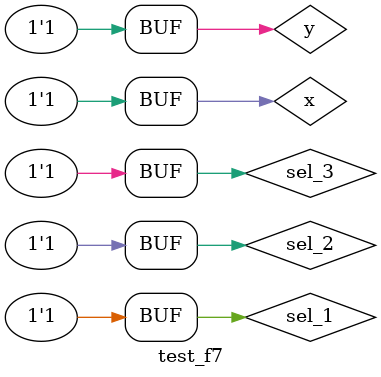
<source format=v>
/*
    -identificação: 

Guia_0705 - 12 / 09 / 2024

Nome: Davi Cândido de Almeida
Matricula: 857859
Código de Pessoa: 1527368

*/



 module f0705( output s, input a, input b, input sel_1, input sel_2, input sel_3 );
    
    // definir dados locais

    not not1(not1, b);
    and AND1(Res1, not1, ~sel_1, ~sel_2, ~sel_3);

    and and11(and11, a, b);
    and AND2(Res2, and11, ~sel_1, ~sel_2, sel_3);

    nand nand1(nand1, a, b);
    and AND3(Res3, nand1, ~sel_1, sel_2, ~sel_3);

    or or1(or1, a, b);
    and AND4(Res4, or1, ~sel_1, sel_2, sel_3);

    nor nor1(nor1, a, b);
    and AND5(Res5, nor1, sel_1, ~sel_2, ~sel_3);

    xor xor1(xor1, a, b);
    and AND6(Res6, xor1, sel_1, ~sel_2, sel_3);

    xnor xnor1(xnor1, a, b);
    and AND7(Res7, xnor1, sel_1, sel_2, sel_3);


    or OR2(s, Res1, Res2, Res3, Res4, Res5, Res6, Res7);

 endmodule // mux
    
 module test_f7;

    // ------------------------- definir dados
    reg x;
    reg y;
    reg sel_1;
    reg sel_2;
    reg sel_3;


    f0705 f0705 ( Resf0705, x, y, sel_1, sel_2, sel_3 );

    // ------------------------- parte principal
    initial
    begin : main
        $display("Guia_0705 - Davi Cândido de Almeida - 857859");
        $display("000-NOT 001-AND 010-NAND 011-OR 100-NOR 101-XOR 111-XNOR   ");
 
        $display("   x    y   \t\t  s  \t\t    Result");
        // projetar testes do modulo
        #1 x = 1'b0; y = 1'b0; sel_1 = 1'b0; sel_2 = 1'b0;

        #1 $monitor("%4b %4b\t %4b%4b%4b \t\t%4b", x, y, sel_1, sel_2, sel_3, Resf0705);
        //#1 $monitor("%4b %4b %4b  %4b %4b", x, y, sel, Resf0705_or, Resf0705_Nor);

  // Combinations with sel_3 = 0
        // sel_1 = 0, sel_2 = 0
        x = 1'b0; y = 1'b0; sel_1 = 1'b0; sel_2 = 1'b0; sel_3 = 1'b0; #1;
        x = 1'b0; y = 1'b1; sel_1 = 1'b0; sel_2 = 1'b0; sel_3 = 1'b0; #1;
        x = 1'b1; y = 1'b0; sel_1 = 1'b0; sel_2 = 1'b0; sel_3 = 1'b0; #1;
        x = 1'b1; y = 1'b1; sel_1 = 1'b0; sel_2 = 1'b0; sel_3 = 1'b0; #1;

        x = 1'b0; y = 1'b0; sel_1 = 1'b0; sel_2 = 1'b1; sel_3 = 1'b0; #1;
        x = 1'b0; y = 1'b1; sel_1 = 1'b0; sel_2 = 1'b1; sel_3 = 1'b0; #1;
        x = 1'b1; y = 1'b0; sel_1 = 1'b0; sel_2 = 1'b1; sel_3 = 1'b0; #1;
        x = 1'b1; y = 1'b1; sel_1 = 1'b0; sel_2 = 1'b1; sel_3 = 1'b0; #1;

        x = 1'b0; y = 1'b0; sel_1 = 1'b1; sel_2 = 1'b0; sel_3 = 1'b0; #1;
        x = 1'b0; y = 1'b1; sel_1 = 1'b1; sel_2 = 1'b0; sel_3 = 1'b0; #1;
        x = 1'b1; y = 1'b0; sel_1 = 1'b1; sel_2 = 1'b0; sel_3 = 1'b0; #1;
        x = 1'b1; y = 1'b1; sel_1 = 1'b1; sel_2 = 1'b0; sel_3 = 1'b0; #1;

        x = 1'b0; y = 1'b0; sel_1 = 1'b1; sel_2 = 1'b1; sel_3 = 1'b0; #1;
        x = 1'b0; y = 1'b1; sel_1 = 1'b1; sel_2 = 1'b1; sel_3 = 1'b0; #1;
        x = 1'b1; y = 1'b0; sel_1 = 1'b1; sel_2 = 1'b1; sel_3 = 1'b0; #1;
        x = 1'b1; y = 1'b1; sel_1 = 1'b1; sel_2 = 1'b1; sel_3 = 1'b0; #1;

        // Combinations with sel_3 = 1
        // sel_1 = 0, sel_2 = 0
        x = 1'b0; y = 1'b0; sel_1 = 1'b0; sel_2 = 1'b0; sel_3 = 1'b1; #1;
        x = 1'b0; y = 1'b1; sel_1 = 1'b0; sel_2 = 1'b0; sel_3 = 1'b1; #1;
        x = 1'b1; y = 1'b0; sel_1 = 1'b0; sel_2 = 1'b0; sel_3 = 1'b1; #1;
        x = 1'b1; y = 1'b1; sel_1 = 1'b0; sel_2 = 1'b0; sel_3 = 1'b1; #1;

        x = 1'b0; y = 1'b0; sel_1 = 1'b0; sel_2 = 1'b1; sel_3 = 1'b1; #1;
        x = 1'b0; y = 1'b1; sel_1 = 1'b0; sel_2 = 1'b1; sel_3 = 1'b1; #1;
        x = 1'b1; y = 1'b0; sel_1 = 1'b0; sel_2 = 1'b1; sel_3 = 1'b1; #1;
        x = 1'b1; y = 1'b1; sel_1 = 1'b0; sel_2 = 1'b1; sel_3 = 1'b1; #1;

        x = 1'b0; y = 1'b0; sel_1 = 1'b1; sel_2 = 1'b0; sel_3 = 1'b1; #1;
        x = 1'b0; y = 1'b1; sel_1 = 1'b1; sel_2 = 1'b0; sel_3 = 1'b1; #1;
        x = 1'b1; y = 1'b0; sel_1 = 1'b1; sel_2 = 1'b0; sel_3 = 1'b1; #1;
        x = 1'b1; y = 1'b1; sel_1 = 1'b1; sel_2 = 1'b0; sel_3 = 1'b1; #1;

        x = 1'b0; y = 1'b0; sel_1 = 1'b1; sel_2 = 1'b1; sel_3 = 1'b1; #1;
        x = 1'b0; y = 1'b1; sel_1 = 1'b1; sel_2 = 1'b1; sel_3 = 1'b1; #1;
        x = 1'b1; y = 1'b0; sel_1 = 1'b1; sel_2 = 1'b1; sel_3 = 1'b1; #1;
        x = 1'b1; y = 1'b1; sel_1 = 1'b1; sel_2 = 1'b1; sel_3 = 1'b1; #1;


    end
endmodule // test_f7


/*
    -Saídas de resultados:

Guia_0705 - Davi Cândido de Almeida - 857859
000-NOT 001-AND 010-NAND 011-OR 100-NOR 101-XOR 111-XNOR   
   x    y   	    s  		     Result
   0    0	    0   0   0 		   1
   0    1	    0   0   0 		   0
   1    0	    0   0   0 		   1
   1    1	    0   0   0 		   0
   0    0	    0   1   0 		   1
   0    1	    0   1   0 		   1
   1    0	    0   1   0 		   1
   1    1	    0   1   0 		   0
   0    0	    1   0   0 		   1
   0    1	    1   0   0 		   0
   1    0	    1   0   0 		   0
   1    1	    1   0   0 		   0
   0    0	    1   1   0 		   0
   0    1	    1   1   0 		   0
   1    0	    1   1   0 		   0
   1    1	    1   1   0 		   0
   0    0	    0   0   1 		   0
   0    1	    0   0   1 		   0
   1    0	    0   0   1 		   0
   1    1	    0   0   1 		   1
   0    0	    0   1   1 		   0
   0    1	    0   1   1 		   1
   1    0	    0   1   1 		   1
   1    1	    0   1   1 		   1
   0    0	    1   0   1 		   0
   0    1	    1   0   1 		   1
   1    0	    1   0   1 		   1
   1    1	    1   0   1 		   0
   0    0	    1   1   1 		   1
   0    1	    1   1   1 		   0
   1    0	    1   1   1 		   0
   1    1	    1   1   1 		   1
*/

/*
    -Notas:

Para compilar: iverilog -o Guia_0705.vvp Guia_0705.v
Para executar: vvp Guia_0705.vvp
*/


</source>
